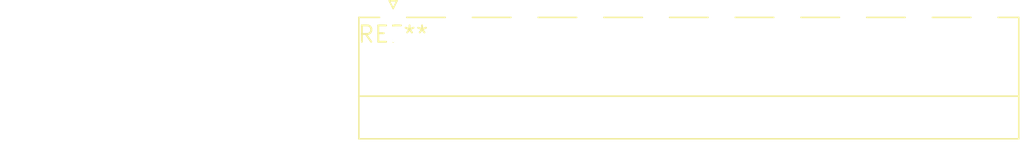
<source format=kicad_pcb>
(kicad_pcb (version 20240108) (generator pcbnew)
  (layers (0 "F.Cu" signal) (31 "B.Cu" signal) (34 "B.Paste" user) (35 "F.Paste" user) (36 "B.SilkS" user "B.Silkscreen") (37 "F.SilkS" user "F.Silkscreen") (38 "B.Mask" user) (39 "F.Mask" user) (44 "Edge.Cuts" user))
  (net 0 "")
  (footprint "PhoenixContact_MC_1,5_10-G-5.08_1x10_P5.08mm_Horizontal" (layer "F.Cu") (at 0 0)
    (property "Reference" "REF**")
    (property "Value" "PhoenixContact_MC_1,5_10-G-5.08_1x10_P5.08mm_Horizontal")
    (fp_line (start -2.65 -1.31) (end -2.65 8.11) (layer "F.SilkS") (stroke (width 0.12)))
    (fp_line (start -2.65 -1.31) (end -1.05 -1.31) (layer "F.SilkS") (stroke (width 0.12)))
    (fp_line (start -2.65 4.8) (end 48.37 4.8) (layer "F.SilkS") (stroke (width 0.12)))
    (fp_line (start -2.65 8.11) (end 48.37 8.11) (layer "F.SilkS") (stroke (width 0.12)))
    (fp_line (start -0.3 -2.6) (end 0.3 -2.6) (layer "F.SilkS") (stroke (width 0.12)))
    (fp_line (start 0 -2) (end -0.3 -2.6) (layer "F.SilkS") (stroke (width 0.12)))
    (fp_line (start 0.3 -2.6) (end 0 -2) (layer "F.SilkS") (stroke (width 0.12)))
    (fp_line (start 1.05 -1.31) (end 4.03 -1.31) (layer "F.SilkS") (stroke (width 0.12)))
    (fp_line (start 6.13 -1.31) (end 9.11 -1.31) (layer "F.SilkS") (stroke (width 0.12)))
    (fp_line (start 11.21 -1.31) (end 14.19 -1.31) (layer "F.SilkS") (stroke (width 0.12)))
    (fp_line (start 16.29 -1.31) (end 19.27 -1.31) (layer "F.SilkS") (stroke (width 0.12)))
    (fp_line (start 21.37 -1.31) (end 24.35 -1.31) (layer "F.SilkS") (stroke (width 0.12)))
    (fp_line (start 26.45 -1.31) (end 29.43 -1.31) (layer "F.SilkS") (stroke (width 0.12)))
    (fp_line (start 31.53 -1.31) (end 34.51 -1.31) (layer "F.SilkS") (stroke (width 0.12)))
    (fp_line (start 36.61 -1.31) (end 39.59 -1.31) (layer "F.SilkS") (stroke (width 0.12)))
    (fp_line (start 41.69 -1.31) (end 44.67 -1.31) (layer "F.SilkS") (stroke (width 0.12)))
    (fp_line (start 48.37 -1.31) (end 46.77 -1.31) (layer "F.SilkS") (stroke (width 0.12)))
    (fp_line (start 48.37 8.11) (end 48.37 -1.31) (layer "F.SilkS") (stroke (width 0.12)))
    (pad "1" thru_hole roundrect (at 0 0) (size 1.8 3.6) (drill 1.2) (layers *.Cu *.Mask) (remove_unused_layers) (roundrect_rratio 0.138889))
    (pad "2" thru_hole oval (at 5.08 0) (size 1.8 3.6) (drill 1.2) (layers *.Cu *.Mask) (remove_unused_layers))
    (pad "3" thru_hole oval (at 10.16 0) (size 1.8 3.6) (drill 1.2) (layers *.Cu *.Mask) (remove_unused_layers))
    (pad "4" thru_hole oval (at 15.24 0) (size 1.8 3.6) (drill 1.2) (layers *.Cu *.Mask) (remove_unused_layers))
    (pad "5" thru_hole oval (at 20.32 0) (size 1.8 3.6) (drill 1.2) (layers *.Cu *.Mask) (remove_unused_layers))
    (pad "6" thru_hole oval (at 25.4 0) (size 1.8 3.6) (drill 1.2) (layers *.Cu *.Mask) (remove_unused_layers))
    (pad "7" thru_hole oval (at 30.48 0) (size 1.8 3.6) (drill 1.2) (layers *.Cu *.Mask) (remove_unused_layers))
    (pad "8" thru_hole oval (at 35.56 0) (size 1.8 3.6) (drill 1.2) (layers *.Cu *.Mask) (remove_unused_layers))
    (pad "9" thru_hole oval (at 40.64 0) (size 1.8 3.6) (drill 1.2) (layers *.Cu *.Mask) (remove_unused_layers))
    (pad "10" thru_hole oval (at 45.72 0) (size 1.8 3.6) (drill 1.2) (layers *.Cu *.Mask) (remove_unused_layers))
  )
)
</source>
